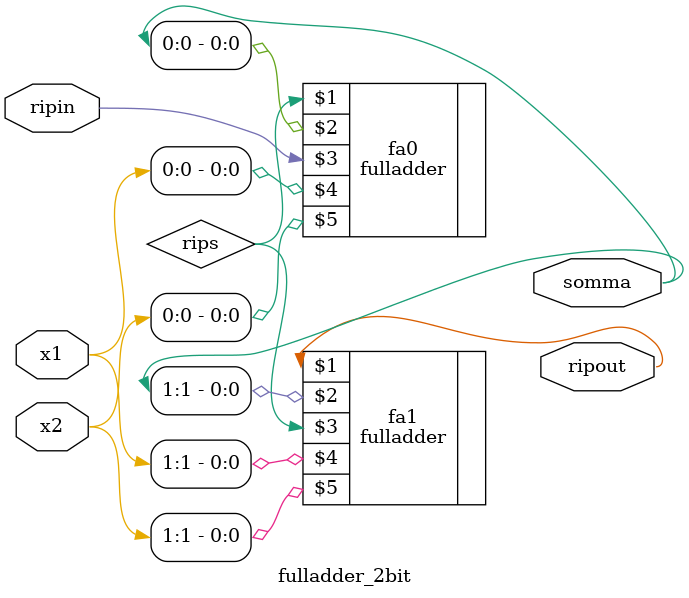
<source format=v>
module fulladder_2bit(output ripout, output [1:0]somma, input ripin, input [1:0]x1, input [1:0]x2);
    wire rips;

    fulladder fa0(rips, somma[0], ripin, x1[0], x2[0]);
    fulladder fa1(ripout, somma[1], rips, x1[1], x2[1]);
endmodule
</source>
